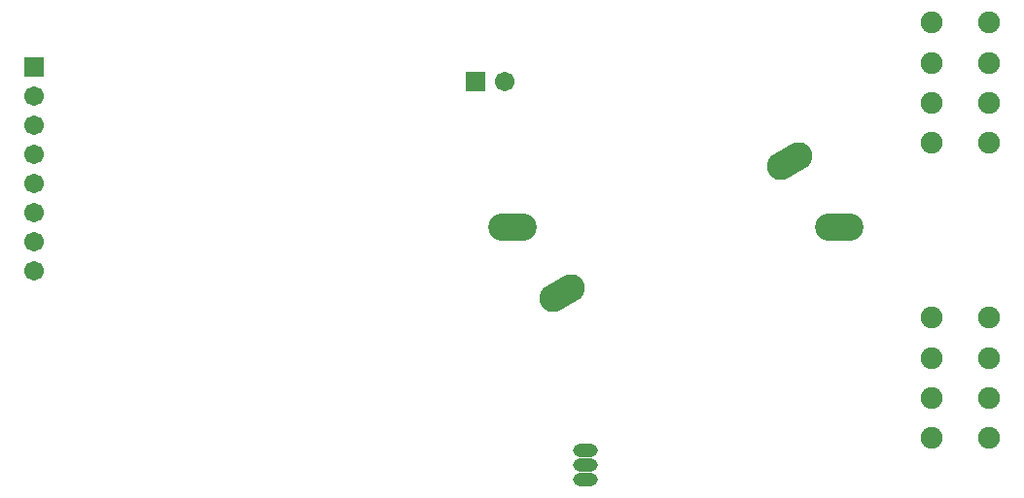
<source format=gbs>
G04*
G04 #@! TF.GenerationSoftware,Altium Limited,Altium Designer,19.1.8 (144)*
G04*
G04 Layer_Color=16711935*
%FSLAX25Y25*%
%MOIN*%
G70*
G01*
G75*
%ADD49C,0.06706*%
%ADD50R,0.06706X0.06706*%
G04:AMPARAMS|DCode=51|XSize=165.48mil|YSize=94.61mil|CornerRadius=0mil|HoleSize=0mil|Usage=FLASHONLY|Rotation=210.000|XOffset=0mil|YOffset=0mil|HoleType=Round|Shape=Round|*
%AMOVALD51*
21,1,0.07087,0.09461,0.00000,0.00000,210.0*
1,1,0.09461,0.03069,0.01772*
1,1,0.09461,-0.03069,-0.01772*
%
%ADD51OVALD51*%

%ADD52O,0.16548X0.09461*%
%ADD53C,0.07493*%
%ADD54O,0.08474X0.04537*%
%ADD55O,0.08474X0.04537*%
%ADD56R,0.06706X0.06706*%
D49*
X174370Y152559D02*
D03*
X13110Y147658D02*
D03*
Y137657D02*
D03*
Y127657D02*
D03*
Y117657D02*
D03*
Y107658D02*
D03*
Y97658D02*
D03*
Y87657D02*
D03*
D50*
X164370Y152559D02*
D03*
D51*
X272150Y125197D02*
D03*
X194071Y80020D02*
D03*
D52*
X289213Y102657D02*
D03*
X177008D02*
D03*
D53*
X320610Y71437D02*
D03*
Y57657D02*
D03*
Y43878D02*
D03*
Y30098D02*
D03*
X340295Y71437D02*
D03*
Y57657D02*
D03*
Y43878D02*
D03*
Y30098D02*
D03*
X320610Y172716D02*
D03*
Y158937D02*
D03*
Y145158D02*
D03*
Y131378D02*
D03*
X340295Y172716D02*
D03*
Y158937D02*
D03*
Y145158D02*
D03*
Y131378D02*
D03*
D54*
X202008Y15866D02*
D03*
Y25866D02*
D03*
D55*
Y20866D02*
D03*
D56*
X13110Y157658D02*
D03*
M02*

</source>
